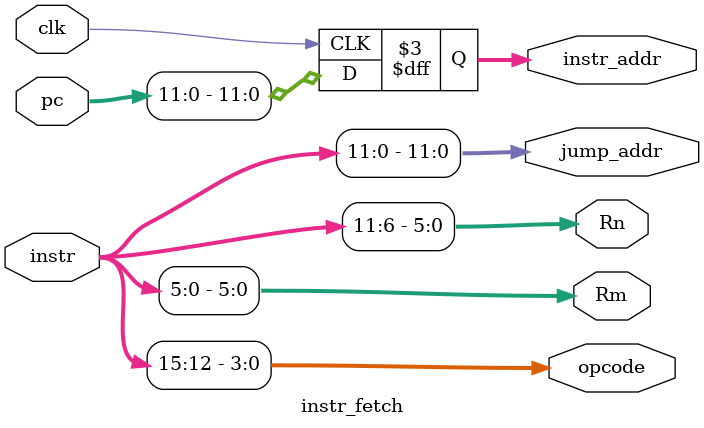
<source format=v>
`timescale 1ns / 1ps
module instr_fetch(
	input clk,			// clk is really the output of the halt_handler unit
	input [15:0] pc,
	input [15:0] instr,
	
	output reg [11:0] instr_addr,
	output reg [3:0] opcode,		// opcode goes to decoder
	
	output reg [5:0] Rm,					// Rn, Rm go straight to register file
	output reg [5:0] Rn,	
	output reg [11:0] jump_addr
	//output reg [15:0] next_pc;
);

/*pc_select PC_SEL(
	.pc(pc), 
	.jump_addr(jump_addr),
	.jmp_en(jump_en)
	.next_pc
);*/

always @(posedge clk)	
begin	
	instr_addr <= pc[11:0];
end

always @ (instr)
begin
	opcode = instr[15:12];
	Rn = instr[11:6];
	Rm = instr[5:0];
	jump_addr = instr[11:0];
end
endmodule

</source>
